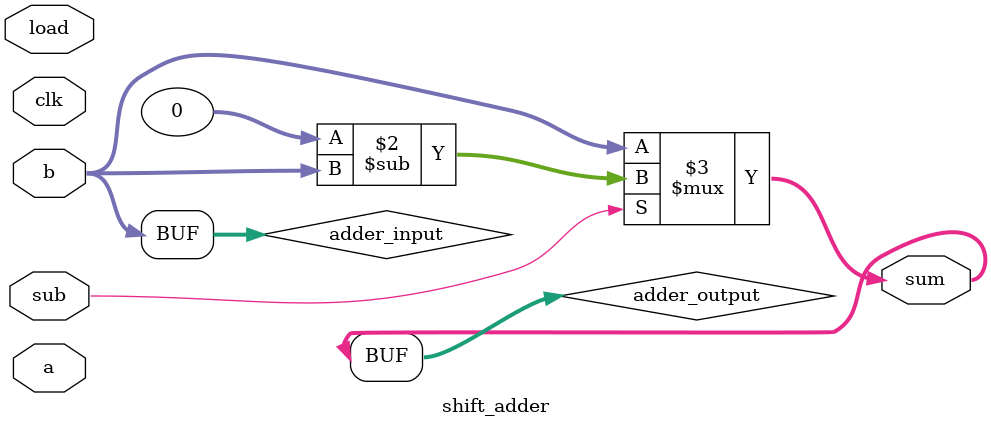
<source format=v>

module shift_adder(
    input clk,
    input load,
    input [31:0] a,
    input [31:0] b,
    input sub,
    output [31:0] sum
);

    reg [7:0] shift_reg;
    wire [31:0] adder_input;
    wire [31:0] adder_output;

    // Shift register with parallel load
    always @(posedge clk) begin
        if (load) begin
            shift_reg <= a[7:0];
        end else begin
            shift_reg <= {shift_reg[6:0], shift_reg[7]};
        end
    end

    // Adder module
    assign adder_input = {shift_reg, b};
    assign adder_output = sub ? {32{1'b0}} - adder_input : adder_input;

    // Output sum
    assign sum = adder_output;

endmodule
</source>
